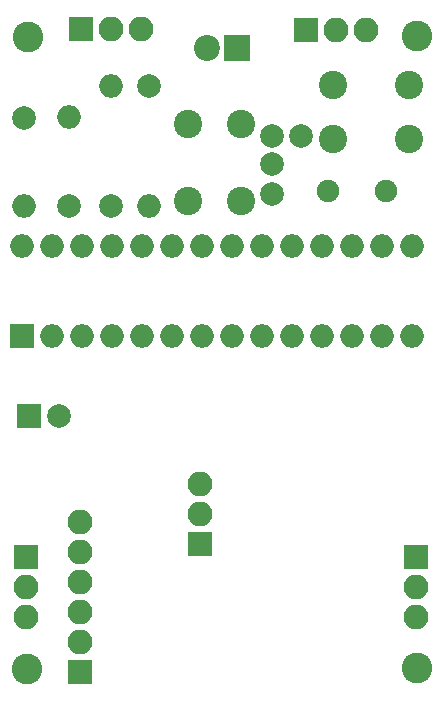
<source format=gts>
G04 #@! TF.GenerationSoftware,KiCad,Pcbnew,5.0.0-fee4fd1~66~ubuntu14.04.1*
G04 #@! TF.CreationDate,2018-10-15T15:43:11-07:00*
G04 #@! TF.ProjectId,while,7768696C652E6B696361645F70636200,rev?*
G04 #@! TF.SameCoordinates,Original*
G04 #@! TF.FileFunction,Soldermask,Top*
G04 #@! TF.FilePolarity,Negative*
%FSLAX46Y46*%
G04 Gerber Fmt 4.6, Leading zero omitted, Abs format (unit mm)*
G04 Created by KiCad (PCBNEW 5.0.0-fee4fd1~66~ubuntu14.04.1) date Mon Oct 15 15:43:11 2018*
%MOMM*%
%LPD*%
G01*
G04 APERTURE LIST*
%ADD10R,2.000000X2.000000*%
%ADD11O,2.000000X2.000000*%
%ADD12R,2.100000X2.100000*%
%ADD13O,2.100000X2.100000*%
%ADD14C,2.000000*%
%ADD15R,2.200000X2.200000*%
%ADD16C,2.200000*%
%ADD17C,2.400000*%
%ADD18C,1.900000*%
%ADD19C,2.600000*%
G04 APERTURE END LIST*
D10*
G04 #@! TO.C,U1*
X125933200Y-93065600D03*
D11*
X158953200Y-85445600D03*
X128473200Y-93065600D03*
X156413200Y-85445600D03*
X131013200Y-93065600D03*
X153873200Y-85445600D03*
X133553200Y-93065600D03*
X151333200Y-85445600D03*
X136093200Y-93065600D03*
X148793200Y-85445600D03*
X138633200Y-93065600D03*
X146253200Y-85445600D03*
X141173200Y-93065600D03*
X143713200Y-85445600D03*
X143713200Y-93065600D03*
X141173200Y-85445600D03*
X146253200Y-93065600D03*
X138633200Y-85445600D03*
X148793200Y-93065600D03*
X136093200Y-85445600D03*
X151333200Y-93065600D03*
X133553200Y-85445600D03*
X153873200Y-93065600D03*
X131013200Y-85445600D03*
X156413200Y-93065600D03*
X128473200Y-85445600D03*
X158953200Y-93065600D03*
X125933200Y-85445600D03*
G04 #@! TD*
D12*
G04 #@! TO.C,J3*
X130784600Y-121513600D03*
D13*
X130784600Y-118973600D03*
X130784600Y-116433600D03*
X130784600Y-113893600D03*
X130784600Y-111353600D03*
X130784600Y-108813600D03*
G04 #@! TD*
D10*
G04 #@! TO.C,C1*
X126492000Y-99822000D03*
D14*
X128992000Y-99822000D03*
G04 #@! TD*
G04 #@! TO.C,C2*
X147066000Y-81036800D03*
X147066000Y-78536800D03*
G04 #@! TD*
G04 #@! TO.C,C3*
X147040600Y-76149200D03*
X149540600Y-76149200D03*
G04 #@! TD*
D11*
G04 #@! TO.C,C4*
X129895600Y-74567400D03*
D14*
X129895600Y-82067400D03*
G04 #@! TD*
G04 #@! TO.C,C5*
X126085600Y-74574400D03*
D11*
X126085600Y-82074400D03*
G04 #@! TD*
D15*
G04 #@! TO.C,D1*
X144145000Y-68656200D03*
D16*
X141605000Y-68656200D03*
G04 #@! TD*
D13*
G04 #@! TO.C,J1*
X126238000Y-116840000D03*
X126238000Y-114300000D03*
D12*
X126238000Y-111760000D03*
G04 #@! TD*
G04 #@! TO.C,J2*
X159258000Y-111760000D03*
D13*
X159258000Y-114300000D03*
X159258000Y-116840000D03*
G04 #@! TD*
D12*
G04 #@! TO.C,J4*
X149910800Y-67183000D03*
D13*
X152450800Y-67183000D03*
X154990800Y-67183000D03*
G04 #@! TD*
D14*
G04 #@! TO.C,R1*
X136677400Y-71932800D03*
D11*
X136677400Y-82092800D03*
G04 #@! TD*
G04 #@! TO.C,R2*
X133400800Y-71932800D03*
D14*
X133400800Y-82092800D03*
G04 #@! TD*
D17*
G04 #@! TO.C,SW2*
X152196800Y-76356600D03*
X152196800Y-71856600D03*
X158696800Y-76356600D03*
X158696800Y-71856600D03*
G04 #@! TD*
G04 #@! TO.C,SW3*
X139954000Y-75135600D03*
X144454000Y-75135600D03*
X139954000Y-81635600D03*
X144454000Y-81635600D03*
G04 #@! TD*
D18*
G04 #@! TO.C,Y1*
X151815800Y-80797400D03*
X156715800Y-80797400D03*
G04 #@! TD*
D19*
G04 #@! TO.C,H1*
X126365000Y-121234200D03*
G04 #@! TD*
G04 #@! TO.C,H2*
X159359600Y-121208800D03*
G04 #@! TD*
G04 #@! TO.C,H3*
X159385000Y-67640200D03*
G04 #@! TD*
G04 #@! TO.C,H4*
X126390400Y-67716400D03*
G04 #@! TD*
D12*
G04 #@! TO.C,J5*
X130860800Y-67106800D03*
D13*
X133400800Y-67106800D03*
X135940800Y-67106800D03*
G04 #@! TD*
G04 #@! TO.C,J6*
X140944600Y-105587800D03*
X140944600Y-108127800D03*
D12*
X140944600Y-110667800D03*
G04 #@! TD*
M02*

</source>
